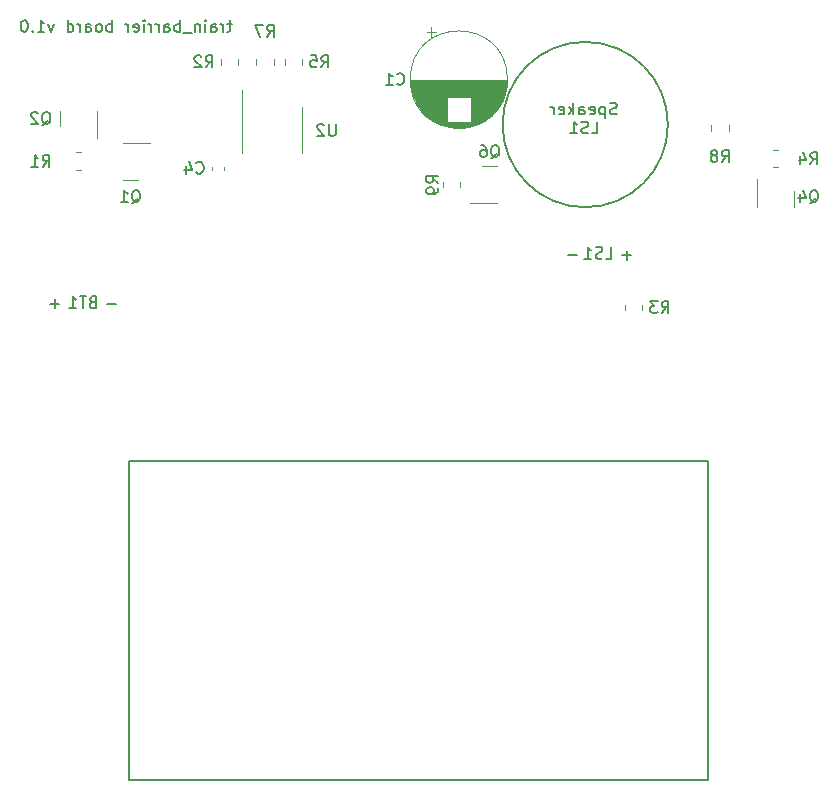
<source format=gbr>
%TF.GenerationSoftware,KiCad,Pcbnew,6.0.11-2627ca5db0~126~ubuntu22.04.1*%
%TF.CreationDate,2023-02-15T16:19:53+03:00*%
%TF.ProjectId,train_barrier,74726169-6e5f-4626-9172-726965722e6b,rev?*%
%TF.SameCoordinates,Original*%
%TF.FileFunction,Legend,Bot*%
%TF.FilePolarity,Positive*%
%FSLAX46Y46*%
G04 Gerber Fmt 4.6, Leading zero omitted, Abs format (unit mm)*
G04 Created by KiCad (PCBNEW 6.0.11-2627ca5db0~126~ubuntu22.04.1) date 2023-02-15 16:19:53*
%MOMM*%
%LPD*%
G01*
G04 APERTURE LIST*
%ADD10C,0.150000*%
%ADD11C,0.120000*%
G04 APERTURE END LIST*
D10*
X81176190Y-25985714D02*
X80795238Y-25985714D01*
X81033333Y-25652380D02*
X81033333Y-26509523D01*
X80985714Y-26604761D01*
X80890476Y-26652380D01*
X80795238Y-26652380D01*
X80461904Y-26652380D02*
X80461904Y-25985714D01*
X80461904Y-26176190D02*
X80414285Y-26080952D01*
X80366666Y-26033333D01*
X80271428Y-25985714D01*
X80176190Y-25985714D01*
X79414285Y-26652380D02*
X79414285Y-26128571D01*
X79461904Y-26033333D01*
X79557142Y-25985714D01*
X79747619Y-25985714D01*
X79842857Y-26033333D01*
X79414285Y-26604761D02*
X79509523Y-26652380D01*
X79747619Y-26652380D01*
X79842857Y-26604761D01*
X79890476Y-26509523D01*
X79890476Y-26414285D01*
X79842857Y-26319047D01*
X79747619Y-26271428D01*
X79509523Y-26271428D01*
X79414285Y-26223809D01*
X78938095Y-26652380D02*
X78938095Y-25985714D01*
X78938095Y-25652380D02*
X78985714Y-25700000D01*
X78938095Y-25747619D01*
X78890476Y-25700000D01*
X78938095Y-25652380D01*
X78938095Y-25747619D01*
X78461904Y-25985714D02*
X78461904Y-26652380D01*
X78461904Y-26080952D02*
X78414285Y-26033333D01*
X78319047Y-25985714D01*
X78176190Y-25985714D01*
X78080952Y-26033333D01*
X78033333Y-26128571D01*
X78033333Y-26652380D01*
X77795238Y-26747619D02*
X77033333Y-26747619D01*
X76795238Y-26652380D02*
X76795238Y-25652380D01*
X76795238Y-26033333D02*
X76700000Y-25985714D01*
X76509523Y-25985714D01*
X76414285Y-26033333D01*
X76366666Y-26080952D01*
X76319047Y-26176190D01*
X76319047Y-26461904D01*
X76366666Y-26557142D01*
X76414285Y-26604761D01*
X76509523Y-26652380D01*
X76700000Y-26652380D01*
X76795238Y-26604761D01*
X75461904Y-26652380D02*
X75461904Y-26128571D01*
X75509523Y-26033333D01*
X75604761Y-25985714D01*
X75795238Y-25985714D01*
X75890476Y-26033333D01*
X75461904Y-26604761D02*
X75557142Y-26652380D01*
X75795238Y-26652380D01*
X75890476Y-26604761D01*
X75938095Y-26509523D01*
X75938095Y-26414285D01*
X75890476Y-26319047D01*
X75795238Y-26271428D01*
X75557142Y-26271428D01*
X75461904Y-26223809D01*
X74985714Y-26652380D02*
X74985714Y-25985714D01*
X74985714Y-26176190D02*
X74938095Y-26080952D01*
X74890476Y-26033333D01*
X74795238Y-25985714D01*
X74700000Y-25985714D01*
X74366666Y-26652380D02*
X74366666Y-25985714D01*
X74366666Y-26176190D02*
X74319047Y-26080952D01*
X74271428Y-26033333D01*
X74176190Y-25985714D01*
X74080952Y-25985714D01*
X73747619Y-26652380D02*
X73747619Y-25985714D01*
X73747619Y-25652380D02*
X73795238Y-25700000D01*
X73747619Y-25747619D01*
X73700000Y-25700000D01*
X73747619Y-25652380D01*
X73747619Y-25747619D01*
X72890476Y-26604761D02*
X72985714Y-26652380D01*
X73176190Y-26652380D01*
X73271428Y-26604761D01*
X73319047Y-26509523D01*
X73319047Y-26128571D01*
X73271428Y-26033333D01*
X73176190Y-25985714D01*
X72985714Y-25985714D01*
X72890476Y-26033333D01*
X72842857Y-26128571D01*
X72842857Y-26223809D01*
X73319047Y-26319047D01*
X72414285Y-26652380D02*
X72414285Y-25985714D01*
X72414285Y-26176190D02*
X72366666Y-26080952D01*
X72319047Y-26033333D01*
X72223809Y-25985714D01*
X72128571Y-25985714D01*
X71033333Y-26652380D02*
X71033333Y-25652380D01*
X71033333Y-26033333D02*
X70938095Y-25985714D01*
X70747619Y-25985714D01*
X70652380Y-26033333D01*
X70604761Y-26080952D01*
X70557142Y-26176190D01*
X70557142Y-26461904D01*
X70604761Y-26557142D01*
X70652380Y-26604761D01*
X70747619Y-26652380D01*
X70938095Y-26652380D01*
X71033333Y-26604761D01*
X69985714Y-26652380D02*
X70080952Y-26604761D01*
X70128571Y-26557142D01*
X70176190Y-26461904D01*
X70176190Y-26176190D01*
X70128571Y-26080952D01*
X70080952Y-26033333D01*
X69985714Y-25985714D01*
X69842857Y-25985714D01*
X69747619Y-26033333D01*
X69700000Y-26080952D01*
X69652380Y-26176190D01*
X69652380Y-26461904D01*
X69700000Y-26557142D01*
X69747619Y-26604761D01*
X69842857Y-26652380D01*
X69985714Y-26652380D01*
X68795238Y-26652380D02*
X68795238Y-26128571D01*
X68842857Y-26033333D01*
X68938095Y-25985714D01*
X69128571Y-25985714D01*
X69223809Y-26033333D01*
X68795238Y-26604761D02*
X68890476Y-26652380D01*
X69128571Y-26652380D01*
X69223809Y-26604761D01*
X69271428Y-26509523D01*
X69271428Y-26414285D01*
X69223809Y-26319047D01*
X69128571Y-26271428D01*
X68890476Y-26271428D01*
X68795238Y-26223809D01*
X68319047Y-26652380D02*
X68319047Y-25985714D01*
X68319047Y-26176190D02*
X68271428Y-26080952D01*
X68223809Y-26033333D01*
X68128571Y-25985714D01*
X68033333Y-25985714D01*
X67271428Y-26652380D02*
X67271428Y-25652380D01*
X67271428Y-26604761D02*
X67366666Y-26652380D01*
X67557142Y-26652380D01*
X67652380Y-26604761D01*
X67700000Y-26557142D01*
X67747619Y-26461904D01*
X67747619Y-26176190D01*
X67700000Y-26080952D01*
X67652380Y-26033333D01*
X67557142Y-25985714D01*
X67366666Y-25985714D01*
X67271428Y-26033333D01*
X66128571Y-25985714D02*
X65890476Y-26652380D01*
X65652380Y-25985714D01*
X64747619Y-26652380D02*
X65319047Y-26652380D01*
X65033333Y-26652380D02*
X65033333Y-25652380D01*
X65128571Y-25795238D01*
X65223809Y-25890476D01*
X65319047Y-25938095D01*
X64319047Y-26557142D02*
X64271428Y-26604761D01*
X64319047Y-26652380D01*
X64366666Y-26604761D01*
X64319047Y-26557142D01*
X64319047Y-26652380D01*
X63652380Y-25652380D02*
X63557142Y-25652380D01*
X63461904Y-25700000D01*
X63414285Y-25747619D01*
X63366666Y-25842857D01*
X63319047Y-26033333D01*
X63319047Y-26271428D01*
X63366666Y-26461904D01*
X63414285Y-26557142D01*
X63461904Y-26604761D01*
X63557142Y-26652380D01*
X63652380Y-26652380D01*
X63747619Y-26604761D01*
X63795238Y-26557142D01*
X63842857Y-26461904D01*
X63890476Y-26271428D01*
X63890476Y-26033333D01*
X63842857Y-25842857D01*
X63795238Y-25747619D01*
X63747619Y-25700000D01*
X63652380Y-25652380D01*
X72500000Y-63000000D02*
X121500000Y-63000000D01*
X121500000Y-63000000D02*
X121500000Y-90000000D01*
X121500000Y-90000000D02*
X72500000Y-90000000D01*
X72500000Y-90000000D02*
X72500000Y-63000000D01*
X118100000Y-34500000D02*
G75*
G03*
X118100000Y-34500000I-7000000J0D01*
G01*
X71380952Y-49671428D02*
X70619047Y-49671428D01*
X113761904Y-33599761D02*
X113619047Y-33647380D01*
X113380952Y-33647380D01*
X113285714Y-33599761D01*
X113238095Y-33552142D01*
X113190476Y-33456904D01*
X113190476Y-33361666D01*
X113238095Y-33266428D01*
X113285714Y-33218809D01*
X113380952Y-33171190D01*
X113571428Y-33123571D01*
X113666666Y-33075952D01*
X113714285Y-33028333D01*
X113761904Y-32933095D01*
X113761904Y-32837857D01*
X113714285Y-32742619D01*
X113666666Y-32695000D01*
X113571428Y-32647380D01*
X113333333Y-32647380D01*
X113190476Y-32695000D01*
X112761904Y-32980714D02*
X112761904Y-33980714D01*
X112761904Y-33028333D02*
X112666666Y-32980714D01*
X112476190Y-32980714D01*
X112380952Y-33028333D01*
X112333333Y-33075952D01*
X112285714Y-33171190D01*
X112285714Y-33456904D01*
X112333333Y-33552142D01*
X112380952Y-33599761D01*
X112476190Y-33647380D01*
X112666666Y-33647380D01*
X112761904Y-33599761D01*
X111476190Y-33599761D02*
X111571428Y-33647380D01*
X111761904Y-33647380D01*
X111857142Y-33599761D01*
X111904761Y-33504523D01*
X111904761Y-33123571D01*
X111857142Y-33028333D01*
X111761904Y-32980714D01*
X111571428Y-32980714D01*
X111476190Y-33028333D01*
X111428571Y-33123571D01*
X111428571Y-33218809D01*
X111904761Y-33314047D01*
X110571428Y-33647380D02*
X110571428Y-33123571D01*
X110619047Y-33028333D01*
X110714285Y-32980714D01*
X110904761Y-32980714D01*
X111000000Y-33028333D01*
X110571428Y-33599761D02*
X110666666Y-33647380D01*
X110904761Y-33647380D01*
X111000000Y-33599761D01*
X111047619Y-33504523D01*
X111047619Y-33409285D01*
X111000000Y-33314047D01*
X110904761Y-33266428D01*
X110666666Y-33266428D01*
X110571428Y-33218809D01*
X110095238Y-33647380D02*
X110095238Y-32647380D01*
X110000000Y-33266428D02*
X109714285Y-33647380D01*
X109714285Y-32980714D02*
X110095238Y-33361666D01*
X108904761Y-33599761D02*
X109000000Y-33647380D01*
X109190476Y-33647380D01*
X109285714Y-33599761D01*
X109333333Y-33504523D01*
X109333333Y-33123571D01*
X109285714Y-33028333D01*
X109190476Y-32980714D01*
X109000000Y-32980714D01*
X108904761Y-33028333D01*
X108857142Y-33123571D01*
X108857142Y-33218809D01*
X109333333Y-33314047D01*
X108428571Y-33647380D02*
X108428571Y-32980714D01*
X108428571Y-33171190D02*
X108380952Y-33075952D01*
X108333333Y-33028333D01*
X108238095Y-32980714D01*
X108142857Y-32980714D01*
X111642857Y-35257380D02*
X112119047Y-35257380D01*
X112119047Y-34257380D01*
X111357142Y-35209761D02*
X111214285Y-35257380D01*
X110976190Y-35257380D01*
X110880952Y-35209761D01*
X110833333Y-35162142D01*
X110785714Y-35066904D01*
X110785714Y-34971666D01*
X110833333Y-34876428D01*
X110880952Y-34828809D01*
X110976190Y-34781190D01*
X111166666Y-34733571D01*
X111261904Y-34685952D01*
X111309523Y-34638333D01*
X111357142Y-34543095D01*
X111357142Y-34447857D01*
X111309523Y-34352619D01*
X111261904Y-34305000D01*
X111166666Y-34257380D01*
X110928571Y-34257380D01*
X110785714Y-34305000D01*
X109833333Y-35257380D02*
X110404761Y-35257380D01*
X110119047Y-35257380D02*
X110119047Y-34257380D01*
X110214285Y-34400238D01*
X110309523Y-34495476D01*
X110404761Y-34543095D01*
X65819047Y-49671428D02*
X66580952Y-49671428D01*
X66200000Y-50052380D02*
X66200000Y-49290476D01*
X110380952Y-45571428D02*
X109619047Y-45571428D01*
X114980952Y-45571428D02*
X114219047Y-45571428D01*
X114600000Y-45952380D02*
X114600000Y-45190476D01*
%TO.C,Q4*%
X130095238Y-41147619D02*
X130190476Y-41100000D01*
X130285714Y-41004761D01*
X130428571Y-40861904D01*
X130523809Y-40814285D01*
X130619047Y-40814285D01*
X130571428Y-41052380D02*
X130666666Y-41004761D01*
X130761904Y-40909523D01*
X130809523Y-40719047D01*
X130809523Y-40385714D01*
X130761904Y-40195238D01*
X130666666Y-40100000D01*
X130571428Y-40052380D01*
X130380952Y-40052380D01*
X130285714Y-40100000D01*
X130190476Y-40195238D01*
X130142857Y-40385714D01*
X130142857Y-40719047D01*
X130190476Y-40909523D01*
X130285714Y-41004761D01*
X130380952Y-41052380D01*
X130571428Y-41052380D01*
X129285714Y-40385714D02*
X129285714Y-41052380D01*
X129523809Y-40004761D02*
X129761904Y-40719047D01*
X129142857Y-40719047D01*
%TO.C,Q2*%
X65095238Y-34547619D02*
X65190476Y-34500000D01*
X65285714Y-34404761D01*
X65428571Y-34261904D01*
X65523809Y-34214285D01*
X65619047Y-34214285D01*
X65571428Y-34452380D02*
X65666666Y-34404761D01*
X65761904Y-34309523D01*
X65809523Y-34119047D01*
X65809523Y-33785714D01*
X65761904Y-33595238D01*
X65666666Y-33500000D01*
X65571428Y-33452380D01*
X65380952Y-33452380D01*
X65285714Y-33500000D01*
X65190476Y-33595238D01*
X65142857Y-33785714D01*
X65142857Y-34119047D01*
X65190476Y-34309523D01*
X65285714Y-34404761D01*
X65380952Y-34452380D01*
X65571428Y-34452380D01*
X64761904Y-33547619D02*
X64714285Y-33500000D01*
X64619047Y-33452380D01*
X64380952Y-33452380D01*
X64285714Y-33500000D01*
X64238095Y-33547619D01*
X64190476Y-33642857D01*
X64190476Y-33738095D01*
X64238095Y-33880952D01*
X64809523Y-34452380D01*
X64190476Y-34452380D01*
%TO.C,R9*%
X98652380Y-39433333D02*
X98176190Y-39100000D01*
X98652380Y-38861904D02*
X97652380Y-38861904D01*
X97652380Y-39242857D01*
X97700000Y-39338095D01*
X97747619Y-39385714D01*
X97842857Y-39433333D01*
X97985714Y-39433333D01*
X98080952Y-39385714D01*
X98128571Y-39338095D01*
X98176190Y-39242857D01*
X98176190Y-38861904D01*
X98652380Y-39909523D02*
X98652380Y-40100000D01*
X98604761Y-40195238D01*
X98557142Y-40242857D01*
X98414285Y-40338095D01*
X98223809Y-40385714D01*
X97842857Y-40385714D01*
X97747619Y-40338095D01*
X97700000Y-40290476D01*
X97652380Y-40195238D01*
X97652380Y-40004761D01*
X97700000Y-39909523D01*
X97747619Y-39861904D01*
X97842857Y-39814285D01*
X98080952Y-39814285D01*
X98176190Y-39861904D01*
X98223809Y-39909523D01*
X98271428Y-40004761D01*
X98271428Y-40195238D01*
X98223809Y-40290476D01*
X98176190Y-40338095D01*
X98080952Y-40385714D01*
%TO.C,R7*%
X84166666Y-27052380D02*
X84500000Y-26576190D01*
X84738095Y-27052380D02*
X84738095Y-26052380D01*
X84357142Y-26052380D01*
X84261904Y-26100000D01*
X84214285Y-26147619D01*
X84166666Y-26242857D01*
X84166666Y-26385714D01*
X84214285Y-26480952D01*
X84261904Y-26528571D01*
X84357142Y-26576190D01*
X84738095Y-26576190D01*
X83833333Y-26052380D02*
X83166666Y-26052380D01*
X83595238Y-27052380D01*
%TO.C,R8*%
X122666666Y-37652380D02*
X123000000Y-37176190D01*
X123238095Y-37652380D02*
X123238095Y-36652380D01*
X122857142Y-36652380D01*
X122761904Y-36700000D01*
X122714285Y-36747619D01*
X122666666Y-36842857D01*
X122666666Y-36985714D01*
X122714285Y-37080952D01*
X122761904Y-37128571D01*
X122857142Y-37176190D01*
X123238095Y-37176190D01*
X122095238Y-37080952D02*
X122190476Y-37033333D01*
X122238095Y-36985714D01*
X122285714Y-36890476D01*
X122285714Y-36842857D01*
X122238095Y-36747619D01*
X122190476Y-36700000D01*
X122095238Y-36652380D01*
X121904761Y-36652380D01*
X121809523Y-36700000D01*
X121761904Y-36747619D01*
X121714285Y-36842857D01*
X121714285Y-36890476D01*
X121761904Y-36985714D01*
X121809523Y-37033333D01*
X121904761Y-37080952D01*
X122095238Y-37080952D01*
X122190476Y-37128571D01*
X122238095Y-37176190D01*
X122285714Y-37271428D01*
X122285714Y-37461904D01*
X122238095Y-37557142D01*
X122190476Y-37604761D01*
X122095238Y-37652380D01*
X121904761Y-37652380D01*
X121809523Y-37604761D01*
X121761904Y-37557142D01*
X121714285Y-37461904D01*
X121714285Y-37271428D01*
X121761904Y-37176190D01*
X121809523Y-37128571D01*
X121904761Y-37080952D01*
%TO.C,Q1*%
X72695238Y-41147619D02*
X72790476Y-41100000D01*
X72885714Y-41004761D01*
X73028571Y-40861904D01*
X73123809Y-40814285D01*
X73219047Y-40814285D01*
X73171428Y-41052380D02*
X73266666Y-41004761D01*
X73361904Y-40909523D01*
X73409523Y-40719047D01*
X73409523Y-40385714D01*
X73361904Y-40195238D01*
X73266666Y-40100000D01*
X73171428Y-40052380D01*
X72980952Y-40052380D01*
X72885714Y-40100000D01*
X72790476Y-40195238D01*
X72742857Y-40385714D01*
X72742857Y-40719047D01*
X72790476Y-40909523D01*
X72885714Y-41004761D01*
X72980952Y-41052380D01*
X73171428Y-41052380D01*
X71790476Y-41052380D02*
X72361904Y-41052380D01*
X72076190Y-41052380D02*
X72076190Y-40052380D01*
X72171428Y-40195238D01*
X72266666Y-40290476D01*
X72361904Y-40338095D01*
%TO.C,C4*%
X78166666Y-38557142D02*
X78214285Y-38604761D01*
X78357142Y-38652380D01*
X78452380Y-38652380D01*
X78595238Y-38604761D01*
X78690476Y-38509523D01*
X78738095Y-38414285D01*
X78785714Y-38223809D01*
X78785714Y-38080952D01*
X78738095Y-37890476D01*
X78690476Y-37795238D01*
X78595238Y-37700000D01*
X78452380Y-37652380D01*
X78357142Y-37652380D01*
X78214285Y-37700000D01*
X78166666Y-37747619D01*
X77309523Y-37985714D02*
X77309523Y-38652380D01*
X77547619Y-37604761D02*
X77785714Y-38319047D01*
X77166666Y-38319047D01*
%TO.C,R3*%
X117566666Y-50452380D02*
X117900000Y-49976190D01*
X118138095Y-50452380D02*
X118138095Y-49452380D01*
X117757142Y-49452380D01*
X117661904Y-49500000D01*
X117614285Y-49547619D01*
X117566666Y-49642857D01*
X117566666Y-49785714D01*
X117614285Y-49880952D01*
X117661904Y-49928571D01*
X117757142Y-49976190D01*
X118138095Y-49976190D01*
X117233333Y-49452380D02*
X116614285Y-49452380D01*
X116947619Y-49833333D01*
X116804761Y-49833333D01*
X116709523Y-49880952D01*
X116661904Y-49928571D01*
X116614285Y-50023809D01*
X116614285Y-50261904D01*
X116661904Y-50357142D01*
X116709523Y-50404761D01*
X116804761Y-50452380D01*
X117090476Y-50452380D01*
X117185714Y-50404761D01*
X117233333Y-50357142D01*
%TO.C,BT1*%
X69385714Y-49528571D02*
X69242857Y-49576190D01*
X69195238Y-49623809D01*
X69147619Y-49719047D01*
X69147619Y-49861904D01*
X69195238Y-49957142D01*
X69242857Y-50004761D01*
X69338095Y-50052380D01*
X69719047Y-50052380D01*
X69719047Y-49052380D01*
X69385714Y-49052380D01*
X69290476Y-49100000D01*
X69242857Y-49147619D01*
X69195238Y-49242857D01*
X69195238Y-49338095D01*
X69242857Y-49433333D01*
X69290476Y-49480952D01*
X69385714Y-49528571D01*
X69719047Y-49528571D01*
X68861904Y-49052380D02*
X68290476Y-49052380D01*
X68576190Y-50052380D02*
X68576190Y-49052380D01*
X67433333Y-50052380D02*
X68004761Y-50052380D01*
X67719047Y-50052380D02*
X67719047Y-49052380D01*
X67814285Y-49195238D01*
X67909523Y-49290476D01*
X68004761Y-49338095D01*
%TO.C,R2*%
X78966666Y-29652380D02*
X79300000Y-29176190D01*
X79538095Y-29652380D02*
X79538095Y-28652380D01*
X79157142Y-28652380D01*
X79061904Y-28700000D01*
X79014285Y-28747619D01*
X78966666Y-28842857D01*
X78966666Y-28985714D01*
X79014285Y-29080952D01*
X79061904Y-29128571D01*
X79157142Y-29176190D01*
X79538095Y-29176190D01*
X78585714Y-28747619D02*
X78538095Y-28700000D01*
X78442857Y-28652380D01*
X78204761Y-28652380D01*
X78109523Y-28700000D01*
X78061904Y-28747619D01*
X78014285Y-28842857D01*
X78014285Y-28938095D01*
X78061904Y-29080952D01*
X78633333Y-29652380D01*
X78014285Y-29652380D01*
%TO.C,C1*%
X95166666Y-31049189D02*
X95214285Y-31096808D01*
X95357142Y-31144427D01*
X95452380Y-31144427D01*
X95595238Y-31096808D01*
X95690476Y-31001570D01*
X95738095Y-30906332D01*
X95785714Y-30715856D01*
X95785714Y-30572999D01*
X95738095Y-30382523D01*
X95690476Y-30287285D01*
X95595238Y-30192047D01*
X95452380Y-30144427D01*
X95357142Y-30144427D01*
X95214285Y-30192047D01*
X95166666Y-30239666D01*
X94214285Y-31144427D02*
X94785714Y-31144427D01*
X94500000Y-31144427D02*
X94500000Y-30144427D01*
X94595238Y-30287285D01*
X94690476Y-30382523D01*
X94785714Y-30430142D01*
%TO.C,U2*%
X89961904Y-34452380D02*
X89961904Y-35261904D01*
X89914285Y-35357142D01*
X89866666Y-35404761D01*
X89771428Y-35452380D01*
X89580952Y-35452380D01*
X89485714Y-35404761D01*
X89438095Y-35357142D01*
X89390476Y-35261904D01*
X89390476Y-34452380D01*
X88961904Y-34547619D02*
X88914285Y-34500000D01*
X88819047Y-34452380D01*
X88580952Y-34452380D01*
X88485714Y-34500000D01*
X88438095Y-34547619D01*
X88390476Y-34642857D01*
X88390476Y-34738095D01*
X88438095Y-34880952D01*
X89009523Y-35452380D01*
X88390476Y-35452380D01*
%TO.C,R4*%
X130166666Y-37852380D02*
X130500000Y-37376190D01*
X130738095Y-37852380D02*
X130738095Y-36852380D01*
X130357142Y-36852380D01*
X130261904Y-36900000D01*
X130214285Y-36947619D01*
X130166666Y-37042857D01*
X130166666Y-37185714D01*
X130214285Y-37280952D01*
X130261904Y-37328571D01*
X130357142Y-37376190D01*
X130738095Y-37376190D01*
X129309523Y-37185714D02*
X129309523Y-37852380D01*
X129547619Y-36804761D02*
X129785714Y-37519047D01*
X129166666Y-37519047D01*
%TO.C,R5*%
X88766666Y-29652380D02*
X89100000Y-29176190D01*
X89338095Y-29652380D02*
X89338095Y-28652380D01*
X88957142Y-28652380D01*
X88861904Y-28700000D01*
X88814285Y-28747619D01*
X88766666Y-28842857D01*
X88766666Y-28985714D01*
X88814285Y-29080952D01*
X88861904Y-29128571D01*
X88957142Y-29176190D01*
X89338095Y-29176190D01*
X87861904Y-28652380D02*
X88338095Y-28652380D01*
X88385714Y-29128571D01*
X88338095Y-29080952D01*
X88242857Y-29033333D01*
X88004761Y-29033333D01*
X87909523Y-29080952D01*
X87861904Y-29128571D01*
X87814285Y-29223809D01*
X87814285Y-29461904D01*
X87861904Y-29557142D01*
X87909523Y-29604761D01*
X88004761Y-29652380D01*
X88242857Y-29652380D01*
X88338095Y-29604761D01*
X88385714Y-29557142D01*
%TO.C,LS1*%
X112842857Y-45852380D02*
X113319047Y-45852380D01*
X113319047Y-44852380D01*
X112557142Y-45804761D02*
X112414285Y-45852380D01*
X112176190Y-45852380D01*
X112080952Y-45804761D01*
X112033333Y-45757142D01*
X111985714Y-45661904D01*
X111985714Y-45566666D01*
X112033333Y-45471428D01*
X112080952Y-45423809D01*
X112176190Y-45376190D01*
X112366666Y-45328571D01*
X112461904Y-45280952D01*
X112509523Y-45233333D01*
X112557142Y-45138095D01*
X112557142Y-45042857D01*
X112509523Y-44947619D01*
X112461904Y-44900000D01*
X112366666Y-44852380D01*
X112128571Y-44852380D01*
X111985714Y-44900000D01*
X111033333Y-45852380D02*
X111604761Y-45852380D01*
X111319047Y-45852380D02*
X111319047Y-44852380D01*
X111414285Y-44995238D01*
X111509523Y-45090476D01*
X111604761Y-45138095D01*
%TO.C,Q6*%
X103095238Y-37347619D02*
X103190476Y-37300000D01*
X103285714Y-37204761D01*
X103428571Y-37061904D01*
X103523809Y-37014285D01*
X103619047Y-37014285D01*
X103571428Y-37252380D02*
X103666666Y-37204761D01*
X103761904Y-37109523D01*
X103809523Y-36919047D01*
X103809523Y-36585714D01*
X103761904Y-36395238D01*
X103666666Y-36300000D01*
X103571428Y-36252380D01*
X103380952Y-36252380D01*
X103285714Y-36300000D01*
X103190476Y-36395238D01*
X103142857Y-36585714D01*
X103142857Y-36919047D01*
X103190476Y-37109523D01*
X103285714Y-37204761D01*
X103380952Y-37252380D01*
X103571428Y-37252380D01*
X102285714Y-36252380D02*
X102476190Y-36252380D01*
X102571428Y-36300000D01*
X102619047Y-36347619D01*
X102714285Y-36490476D01*
X102761904Y-36680952D01*
X102761904Y-37061904D01*
X102714285Y-37157142D01*
X102666666Y-37204761D01*
X102571428Y-37252380D01*
X102380952Y-37252380D01*
X102285714Y-37204761D01*
X102238095Y-37157142D01*
X102190476Y-37061904D01*
X102190476Y-36823809D01*
X102238095Y-36728571D01*
X102285714Y-36680952D01*
X102380952Y-36633333D01*
X102571428Y-36633333D01*
X102666666Y-36680952D01*
X102714285Y-36728571D01*
X102761904Y-36823809D01*
%TO.C,R1*%
X65166666Y-38052380D02*
X65500000Y-37576190D01*
X65738095Y-38052380D02*
X65738095Y-37052380D01*
X65357142Y-37052380D01*
X65261904Y-37100000D01*
X65214285Y-37147619D01*
X65166666Y-37242857D01*
X65166666Y-37385714D01*
X65214285Y-37480952D01*
X65261904Y-37528571D01*
X65357142Y-37576190D01*
X65738095Y-37576190D01*
X64214285Y-38052380D02*
X64785714Y-38052380D01*
X64500000Y-38052380D02*
X64500000Y-37052380D01*
X64595238Y-37195238D01*
X64690476Y-37290476D01*
X64785714Y-37338095D01*
D11*
%TO.C,Q4*%
X125640000Y-40800000D02*
X125640000Y-41450000D01*
X125640000Y-40800000D02*
X125640000Y-39125000D01*
X128760000Y-40800000D02*
X128760000Y-40150000D01*
X128760000Y-40800000D02*
X128760000Y-41450000D01*
%TO.C,Q2*%
X66640000Y-34000000D02*
X66640000Y-33350000D01*
X69760000Y-34000000D02*
X69760000Y-35675000D01*
X69760000Y-34000000D02*
X69760000Y-33350000D01*
X66640000Y-34000000D02*
X66640000Y-34650000D01*
%TO.C,R9*%
X100535000Y-39827064D02*
X100535000Y-39372936D01*
X99065000Y-39827064D02*
X99065000Y-39372936D01*
%TO.C,R7*%
X83265000Y-29427064D02*
X83265000Y-28972936D01*
X84735000Y-29427064D02*
X84735000Y-28972936D01*
%TO.C,R8*%
X121765000Y-34572936D02*
X121765000Y-35027064D01*
X123235000Y-34572936D02*
X123235000Y-35027064D01*
%TO.C,Q1*%
X72600000Y-39160000D02*
X71950000Y-39160000D01*
X72600000Y-36040000D02*
X74275000Y-36040000D01*
X72600000Y-39160000D02*
X73250000Y-39160000D01*
X72600000Y-36040000D02*
X71950000Y-36040000D01*
%TO.C,C4*%
X80510000Y-38059420D02*
X80510000Y-38340580D01*
X79490000Y-38059420D02*
X79490000Y-38340580D01*
%TO.C,R3*%
X114465000Y-49772936D02*
X114465000Y-50227064D01*
X115935000Y-49772936D02*
X115935000Y-50227064D01*
%TO.C,R2*%
X80265000Y-29427064D02*
X80265000Y-28972936D01*
X81735000Y-29427064D02*
X81735000Y-28972936D01*
%TO.C,C1*%
X96734000Y-32493047D02*
X99360000Y-32493047D01*
X96453000Y-31733047D02*
X104347000Y-31733047D01*
X96352000Y-31212047D02*
X104448000Y-31212047D01*
X101440000Y-33533047D02*
X103345000Y-33533047D01*
X99867000Y-34773047D02*
X100933000Y-34773047D01*
X96363000Y-31292047D02*
X104437000Y-31292047D01*
X97345000Y-33413047D02*
X99360000Y-33413047D01*
X96348000Y-31172047D02*
X104452000Y-31172047D01*
X101440000Y-33133047D02*
X103680000Y-33133047D01*
X97659000Y-33733047D02*
X99360000Y-33733047D01*
X99171000Y-34613047D02*
X101629000Y-34613047D01*
X96321000Y-30812047D02*
X104479000Y-30812047D01*
X96696000Y-32413047D02*
X99360000Y-32413047D01*
X98848000Y-34493047D02*
X101952000Y-34493047D01*
X97008000Y-32973047D02*
X99360000Y-32973047D01*
X97844000Y-33893047D02*
X99360000Y-33893047D01*
X101440000Y-34093047D02*
X102687000Y-34093047D01*
X101440000Y-33853047D02*
X103004000Y-33853047D01*
X101440000Y-33213047D02*
X103620000Y-33213047D01*
X96383000Y-31413047D02*
X104417000Y-31413047D01*
X101440000Y-33493047D02*
X103383000Y-33493047D01*
X101440000Y-34053047D02*
X102745000Y-34053047D01*
X97211000Y-33253047D02*
X99360000Y-33253047D01*
X101440000Y-33813047D02*
X103051000Y-33813047D01*
X101440000Y-32733047D02*
X103940000Y-32733047D01*
X97895000Y-33933047D02*
X99360000Y-33933047D01*
X96376000Y-31372047D02*
X104424000Y-31372047D01*
X101440000Y-32533047D02*
X104047000Y-32533047D01*
X98755000Y-34453047D02*
X102045000Y-34453047D01*
X96326000Y-30932047D02*
X104474000Y-30932047D01*
X101440000Y-32613047D02*
X104006000Y-32613047D01*
X97493000Y-33573047D02*
X99360000Y-33573047D01*
X97091000Y-33093047D02*
X99360000Y-33093047D01*
X96956000Y-32893047D02*
X99360000Y-32893047D01*
X96660000Y-32333047D02*
X99360000Y-32333047D01*
X96424000Y-31613047D02*
X104376000Y-31613047D01*
X96320000Y-30732047D02*
X104480000Y-30732047D01*
X96838000Y-32693047D02*
X99360000Y-32693047D01*
X101440000Y-33933047D02*
X102905000Y-33933047D01*
X101440000Y-32333047D02*
X104140000Y-32333047D01*
X98947000Y-34533047D02*
X101853000Y-34533047D01*
X101440000Y-32293047D02*
X104157000Y-32293047D01*
X98436000Y-34293047D02*
X102364000Y-34293047D01*
X101440000Y-32973047D02*
X103792000Y-32973047D01*
X96794000Y-32613047D02*
X99360000Y-32613047D01*
X96678000Y-32373047D02*
X99360000Y-32373047D01*
X101440000Y-32773047D02*
X103917000Y-32773047D01*
X101440000Y-33453047D02*
X103419000Y-33453047D01*
X101440000Y-33413047D02*
X103455000Y-33413047D01*
X101440000Y-33613047D02*
X103267000Y-33613047D01*
X96595000Y-32173047D02*
X99360000Y-32173047D01*
X96498000Y-31893047D02*
X104302000Y-31893047D01*
X101440000Y-32693047D02*
X103962000Y-32693047D01*
X97749000Y-33813047D02*
X99360000Y-33813047D01*
X96537000Y-32013047D02*
X104263000Y-32013047D01*
X97533000Y-33613047D02*
X99360000Y-33613047D01*
X101440000Y-32893047D02*
X103844000Y-32893047D01*
X96643000Y-32293047D02*
X99360000Y-32293047D01*
X98172000Y-34133047D02*
X99360000Y-34133047D01*
X99302000Y-34653047D02*
X101498000Y-34653047D01*
X96860000Y-32733047D02*
X99360000Y-32733047D01*
X96390000Y-31453047D02*
X104410000Y-31453047D01*
X101440000Y-33253047D02*
X103589000Y-33253047D01*
X96320000Y-30692047D02*
X104480000Y-30692047D01*
X96339000Y-31092047D02*
X104461000Y-31092047D01*
X101440000Y-33053047D02*
X103738000Y-33053047D01*
X96907000Y-32813047D02*
X99360000Y-32813047D01*
X101440000Y-33893047D02*
X102956000Y-33893047D01*
X97150000Y-33173047D02*
X99360000Y-33173047D01*
X96579000Y-32133047D02*
X104221000Y-32133047D01*
X101440000Y-33293047D02*
X103556000Y-33293047D01*
X101440000Y-33373047D02*
X103490000Y-33373047D01*
X101440000Y-32573047D02*
X104027000Y-32573047D01*
X96475000Y-31813047D02*
X104325000Y-31813047D01*
X96523000Y-31973047D02*
X104277000Y-31973047D01*
X96329000Y-30972047D02*
X104471000Y-30972047D01*
X98055000Y-34053047D02*
X99360000Y-34053047D01*
X96565000Y-32093047D02*
X104235000Y-32093047D01*
X98366000Y-34253047D02*
X102434000Y-34253047D01*
X101440000Y-34133047D02*
X102628000Y-34133047D01*
X101440000Y-32853047D02*
X103869000Y-32853047D01*
X101440000Y-34213047D02*
X102502000Y-34213047D01*
X96415000Y-31573047D02*
X104385000Y-31573047D01*
X96358000Y-31252047D02*
X104442000Y-31252047D01*
X96335000Y-31052047D02*
X104465000Y-31052047D01*
X97685000Y-26682349D02*
X98485000Y-26682349D01*
X101440000Y-32453047D02*
X104086000Y-32453047D01*
X99632000Y-34733047D02*
X101168000Y-34733047D01*
X101440000Y-32373047D02*
X104122000Y-32373047D01*
X98085000Y-26282349D02*
X98085000Y-27082349D01*
X98587000Y-34373047D02*
X102213000Y-34373047D01*
X101440000Y-33733047D02*
X103141000Y-33733047D01*
X96816000Y-32653047D02*
X99360000Y-32653047D01*
X96370000Y-31332047D02*
X104430000Y-31332047D01*
X98510000Y-34333047D02*
X102290000Y-34333047D01*
X96320000Y-30772047D02*
X104480000Y-30772047D01*
X101440000Y-33973047D02*
X102854000Y-33973047D01*
X97417000Y-33493047D02*
X99360000Y-33493047D01*
X97946000Y-33973047D02*
X99360000Y-33973047D01*
X97276000Y-33333047D02*
X99360000Y-33333047D01*
X98234000Y-34173047D02*
X99360000Y-34173047D01*
X101440000Y-33093047D02*
X103709000Y-33093047D01*
X101440000Y-33013047D02*
X103765000Y-33013047D01*
X97120000Y-33133047D02*
X99360000Y-33133047D01*
X101440000Y-34013047D02*
X102800000Y-34013047D01*
X96883000Y-32773047D02*
X99360000Y-32773047D01*
X96931000Y-32853047D02*
X99360000Y-32853047D01*
X96343000Y-31132047D02*
X104457000Y-31132047D01*
X97703000Y-33773047D02*
X99360000Y-33773047D01*
X101440000Y-33573047D02*
X103307000Y-33573047D01*
X96550000Y-32053047D02*
X104250000Y-32053047D01*
X97180000Y-33213047D02*
X99360000Y-33213047D01*
X97035000Y-33013047D02*
X99360000Y-33013047D01*
X96464000Y-31773047D02*
X104336000Y-31773047D01*
X97244000Y-33293047D02*
X99360000Y-33293047D01*
X97796000Y-33853047D02*
X99360000Y-33853047D01*
X101440000Y-32493047D02*
X104066000Y-32493047D01*
X98669000Y-34413047D02*
X102131000Y-34413047D01*
X101440000Y-32933047D02*
X103818000Y-32933047D01*
X96406000Y-31533047D02*
X104394000Y-31533047D01*
X96433000Y-31653047D02*
X104367000Y-31653047D01*
X101440000Y-32253047D02*
X104174000Y-32253047D01*
X101440000Y-32173047D02*
X104205000Y-32173047D01*
X101440000Y-32413047D02*
X104104000Y-32413047D01*
X96324000Y-30892047D02*
X104476000Y-30892047D01*
X101440000Y-34173047D02*
X102566000Y-34173047D01*
X97455000Y-33533047D02*
X99360000Y-33533047D01*
X101440000Y-32653047D02*
X103984000Y-32653047D01*
X101440000Y-32813047D02*
X103893000Y-32813047D01*
X96626000Y-32253047D02*
X99360000Y-32253047D01*
X97062000Y-33053047D02*
X99360000Y-33053047D01*
X96486000Y-31853047D02*
X104314000Y-31853047D01*
X96982000Y-32933047D02*
X99360000Y-32933047D01*
X96753000Y-32533047D02*
X99360000Y-32533047D01*
X96443000Y-31693047D02*
X104357000Y-31693047D01*
X101440000Y-33693047D02*
X103184000Y-33693047D01*
X101440000Y-33173047D02*
X103650000Y-33173047D01*
X96323000Y-30852047D02*
X104477000Y-30852047D01*
X97574000Y-33653047D02*
X99360000Y-33653047D01*
X101440000Y-32213047D02*
X104190000Y-32213047D01*
X98298000Y-34213047D02*
X99360000Y-34213047D01*
X101440000Y-33773047D02*
X103097000Y-33773047D01*
X96610000Y-32213047D02*
X99360000Y-32213047D01*
X97381000Y-33453047D02*
X99360000Y-33453047D01*
X98113000Y-34093047D02*
X99360000Y-34093047D01*
X101440000Y-33333047D02*
X103524000Y-33333047D01*
X98000000Y-34013047D02*
X99360000Y-34013047D01*
X96773000Y-32573047D02*
X99360000Y-32573047D01*
X101440000Y-33653047D02*
X103226000Y-33653047D01*
X99452000Y-34693047D02*
X101348000Y-34693047D01*
X99054000Y-34573047D02*
X101746000Y-34573047D01*
X97616000Y-33693047D02*
X99360000Y-33693047D01*
X96398000Y-31493047D02*
X104402000Y-31493047D01*
X97310000Y-33373047D02*
X99360000Y-33373047D01*
X96332000Y-31012047D02*
X104468000Y-31012047D01*
X96511000Y-31933047D02*
X104289000Y-31933047D01*
X96714000Y-32453047D02*
X99360000Y-32453047D01*
X104520000Y-30692047D02*
G75*
G03*
X104520000Y-30692047I-4120000J0D01*
G01*
%TO.C,U2*%
X87160000Y-35000000D02*
X87160000Y-36950000D01*
X82040000Y-35000000D02*
X82040000Y-31550000D01*
X82040000Y-35000000D02*
X82040000Y-36950000D01*
X87160000Y-35000000D02*
X87160000Y-33050000D01*
%TO.C,R4*%
X126972936Y-38135000D02*
X127427064Y-38135000D01*
X126972936Y-36665000D02*
X127427064Y-36665000D01*
%TO.C,R5*%
X85665000Y-29427064D02*
X85665000Y-28972936D01*
X87135000Y-29427064D02*
X87135000Y-28972936D01*
%TO.C,Q6*%
X103000000Y-38040000D02*
X102350000Y-38040000D01*
X103000000Y-41160000D02*
X103650000Y-41160000D01*
X103000000Y-41160000D02*
X101325000Y-41160000D01*
X103000000Y-38040000D02*
X103650000Y-38040000D01*
%TO.C,R1*%
X68427064Y-38335000D02*
X67972936Y-38335000D01*
X68427064Y-36865000D02*
X67972936Y-36865000D01*
%TD*%
M02*

</source>
